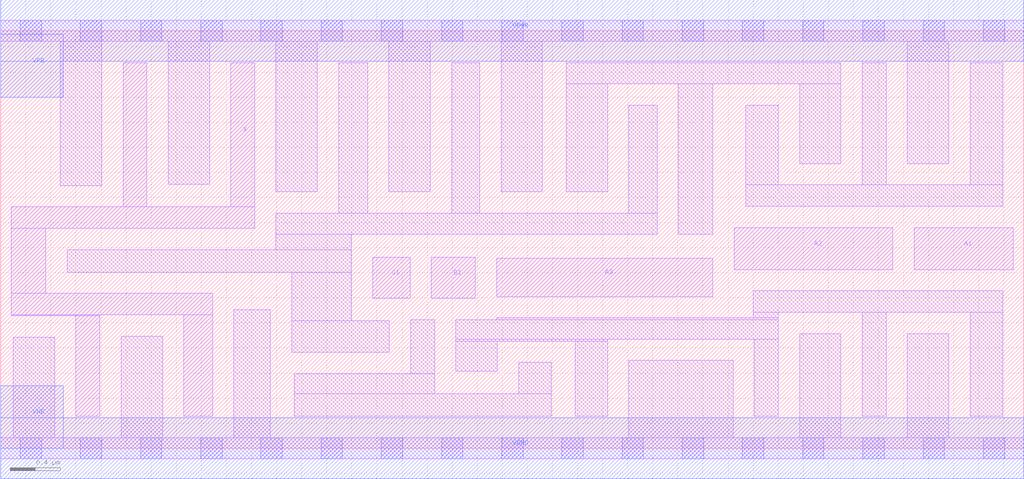
<source format=lef>
# Copyright 2020 The SkyWater PDK Authors
#
# Licensed under the Apache License, Version 2.0 (the "License");
# you may not use this file except in compliance with the License.
# You may obtain a copy of the License at
#
#     https://www.apache.org/licenses/LICENSE-2.0
#
# Unless required by applicable law or agreed to in writing, software
# distributed under the License is distributed on an "AS IS" BASIS,
# WITHOUT WARRANTIES OR CONDITIONS OF ANY KIND, either express or implied.
# See the License for the specific language governing permissions and
# limitations under the License.
#
# SPDX-License-Identifier: Apache-2.0

VERSION 5.5 ;
NAMESCASESENSITIVE ON ;
BUSBITCHARS "[]" ;
DIVIDERCHAR "/" ;
MACRO sky130_fd_sc_lp__o311a_4
  CLASS CORE ;
  SOURCE USER ;
  ORIGIN  0.000000  0.000000 ;
  SIZE  8.160000 BY  3.330000 ;
  SYMMETRY X Y R90 ;
  SITE unit ;
  PIN A1
    ANTENNAGATEAREA  0.630000 ;
    DIRECTION INPUT ;
    USE SIGNAL ;
    PORT
      LAYER li1 ;
        RECT 7.285000 1.425000 8.075000 1.760000 ;
    END
  END A1
  PIN A2
    ANTENNAGATEAREA  0.630000 ;
    DIRECTION INPUT ;
    USE SIGNAL ;
    PORT
      LAYER li1 ;
        RECT 5.850000 1.425000 7.115000 1.760000 ;
    END
  END A2
  PIN A3
    ANTENNAGATEAREA  0.630000 ;
    DIRECTION INPUT ;
    USE SIGNAL ;
    PORT
      LAYER li1 ;
        RECT 3.955000 1.210000 5.680000 1.515000 ;
    END
  END A3
  PIN B1
    ANTENNAGATEAREA  0.630000 ;
    DIRECTION INPUT ;
    USE SIGNAL ;
    PORT
      LAYER li1 ;
        RECT 3.435000 1.195000 3.785000 1.525000 ;
    END
  END B1
  PIN C1
    ANTENNAGATEAREA  0.630000 ;
    DIRECTION INPUT ;
    USE SIGNAL ;
    PORT
      LAYER li1 ;
        RECT 2.965000 1.195000 3.265000 1.525000 ;
    END
  END C1
  PIN X
    ANTENNADIFFAREA  1.176000 ;
    DIRECTION OUTPUT ;
    USE SIGNAL ;
    PORT
      LAYER li1 ;
        RECT 0.085000 1.055000 0.790000 1.065000 ;
        RECT 0.085000 1.065000 1.690000 1.235000 ;
        RECT 0.085000 1.235000 0.360000 1.755000 ;
        RECT 0.085000 1.755000 2.025000 1.925000 ;
        RECT 0.600000 0.255000 0.790000 1.055000 ;
        RECT 0.975000 1.925000 1.165000 3.075000 ;
        RECT 1.460000 0.255000 1.690000 1.065000 ;
        RECT 1.835000 1.925000 2.025000 3.075000 ;
    END
  END X
  PIN VGND
    DIRECTION INOUT ;
    USE GROUND ;
    PORT
      LAYER met1 ;
        RECT 0.000000 -0.245000 8.160000 0.245000 ;
    END
  END VGND
  PIN VNB
    DIRECTION INOUT ;
    USE GROUND ;
    PORT
      LAYER met1 ;
        RECT 0.000000 0.000000 0.500000 0.500000 ;
    END
  END VNB
  PIN VPB
    DIRECTION INOUT ;
    USE POWER ;
    PORT
      LAYER met1 ;
        RECT 0.000000 2.800000 0.500000 3.300000 ;
    END
  END VPB
  PIN VPWR
    DIRECTION INOUT ;
    USE POWER ;
    PORT
      LAYER met1 ;
        RECT 0.000000 3.085000 8.160000 3.575000 ;
    END
  END VPWR
  OBS
    LAYER li1 ;
      RECT 0.000000 -0.085000 8.160000 0.085000 ;
      RECT 0.000000  3.245000 8.160000 3.415000 ;
      RECT 0.100000  0.085000 0.430000 0.885000 ;
      RECT 0.475000  2.095000 0.805000 3.245000 ;
      RECT 0.530000  1.405000 2.795000 1.585000 ;
      RECT 0.960000  0.085000 1.290000 0.895000 ;
      RECT 1.335000  2.105000 1.665000 3.245000 ;
      RECT 1.860000  0.085000 2.150000 1.105000 ;
      RECT 2.195000  1.585000 2.795000 1.705000 ;
      RECT 2.195000  1.705000 5.235000 1.875000 ;
      RECT 2.195000  2.045000 2.525000 3.245000 ;
      RECT 2.320000  0.765000 3.100000 1.015000 ;
      RECT 2.320000  1.015000 2.795000 1.405000 ;
      RECT 2.340000  0.255000 4.390000 0.435000 ;
      RECT 2.340000  0.435000 3.460000 0.595000 ;
      RECT 2.695000  1.875000 2.925000 3.075000 ;
      RECT 3.095000  2.045000 3.425000 3.245000 ;
      RECT 3.270000  0.595000 3.460000 1.025000 ;
      RECT 3.595000  1.875000 3.820000 3.075000 ;
      RECT 3.630000  0.615000 3.960000 0.855000 ;
      RECT 3.630000  0.855000 4.840000 0.870000 ;
      RECT 3.630000  0.870000 6.200000 1.025000 ;
      RECT 3.955000  1.025000 6.200000 1.040000 ;
      RECT 3.990000  2.045000 4.320000 3.245000 ;
      RECT 4.130000  0.435000 4.390000 0.685000 ;
      RECT 4.510000  2.045000 4.840000 2.905000 ;
      RECT 4.510000  2.905000 6.700000 3.075000 ;
      RECT 4.580000  0.255000 4.840000 0.855000 ;
      RECT 5.010000  0.085000 5.840000 0.700000 ;
      RECT 5.010000  1.875000 5.235000 2.735000 ;
      RECT 5.405000  1.705000 5.680000 2.905000 ;
      RECT 5.940000  1.930000 7.990000 2.100000 ;
      RECT 5.940000  2.100000 6.200000 2.735000 ;
      RECT 6.000000  1.040000 6.200000 1.085000 ;
      RECT 6.000000  1.085000 7.990000 1.255000 ;
      RECT 6.010000  0.255000 6.200000 0.870000 ;
      RECT 6.370000  0.085000 6.700000 0.915000 ;
      RECT 6.370000  2.270000 6.700000 2.905000 ;
      RECT 6.870000  0.255000 7.060000 1.085000 ;
      RECT 6.870000  2.100000 7.060000 3.075000 ;
      RECT 7.230000  0.085000 7.560000 0.915000 ;
      RECT 7.230000  2.270000 7.560000 3.245000 ;
      RECT 7.730000  0.255000 7.990000 1.085000 ;
      RECT 7.730000  2.100000 7.990000 3.075000 ;
    LAYER mcon ;
      RECT 0.155000 -0.085000 0.325000 0.085000 ;
      RECT 0.155000  3.245000 0.325000 3.415000 ;
      RECT 0.635000 -0.085000 0.805000 0.085000 ;
      RECT 0.635000  3.245000 0.805000 3.415000 ;
      RECT 1.115000 -0.085000 1.285000 0.085000 ;
      RECT 1.115000  3.245000 1.285000 3.415000 ;
      RECT 1.595000 -0.085000 1.765000 0.085000 ;
      RECT 1.595000  3.245000 1.765000 3.415000 ;
      RECT 2.075000 -0.085000 2.245000 0.085000 ;
      RECT 2.075000  3.245000 2.245000 3.415000 ;
      RECT 2.555000 -0.085000 2.725000 0.085000 ;
      RECT 2.555000  3.245000 2.725000 3.415000 ;
      RECT 3.035000 -0.085000 3.205000 0.085000 ;
      RECT 3.035000  3.245000 3.205000 3.415000 ;
      RECT 3.515000 -0.085000 3.685000 0.085000 ;
      RECT 3.515000  3.245000 3.685000 3.415000 ;
      RECT 3.995000 -0.085000 4.165000 0.085000 ;
      RECT 3.995000  3.245000 4.165000 3.415000 ;
      RECT 4.475000 -0.085000 4.645000 0.085000 ;
      RECT 4.475000  3.245000 4.645000 3.415000 ;
      RECT 4.955000 -0.085000 5.125000 0.085000 ;
      RECT 4.955000  3.245000 5.125000 3.415000 ;
      RECT 5.435000 -0.085000 5.605000 0.085000 ;
      RECT 5.435000  3.245000 5.605000 3.415000 ;
      RECT 5.915000 -0.085000 6.085000 0.085000 ;
      RECT 5.915000  3.245000 6.085000 3.415000 ;
      RECT 6.395000 -0.085000 6.565000 0.085000 ;
      RECT 6.395000  3.245000 6.565000 3.415000 ;
      RECT 6.875000 -0.085000 7.045000 0.085000 ;
      RECT 6.875000  3.245000 7.045000 3.415000 ;
      RECT 7.355000 -0.085000 7.525000 0.085000 ;
      RECT 7.355000  3.245000 7.525000 3.415000 ;
      RECT 7.835000 -0.085000 8.005000 0.085000 ;
      RECT 7.835000  3.245000 8.005000 3.415000 ;
  END
END sky130_fd_sc_lp__o311a_4
END LIBRARY

</source>
